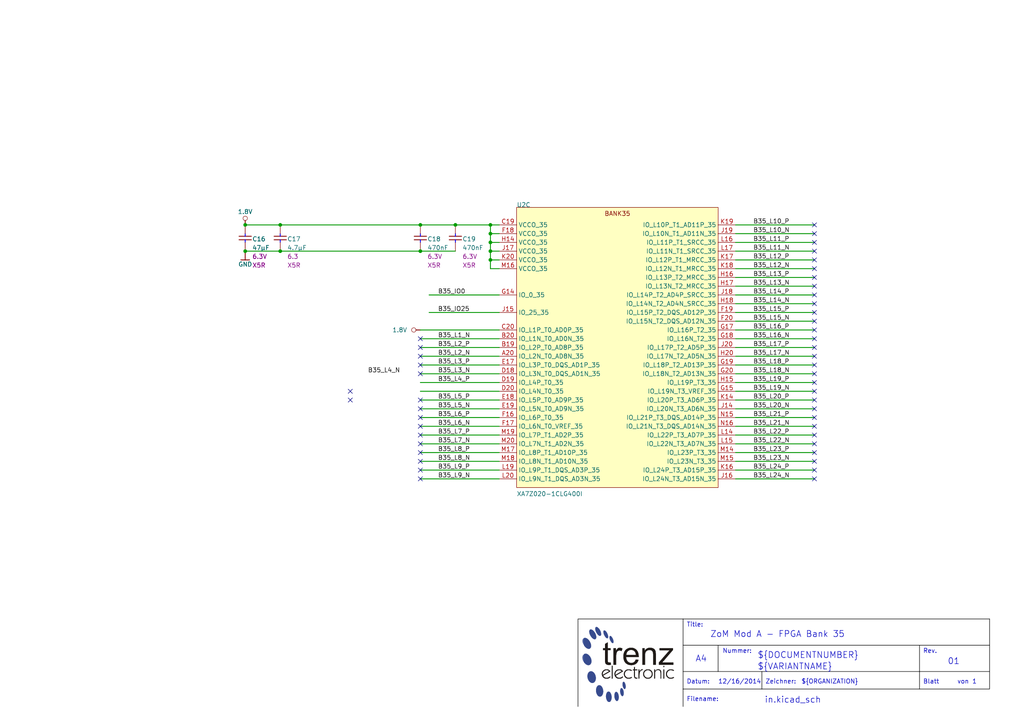
<source format=kicad_sch>
(kicad_sch (version 20230121) (generator eeschema)
  (paper "A4")
  (title_block (title "ZoM Mod A - FPGA Bank 35") (date "12/16/2014") (rev "01"))
  (lib_symbols
    (symbol "TE0719-altium-import:1.8V" (power)
      (property "Reference" "#PWR" (at 0 0 0))
      (property "Value" "1.8V" (at 0 3.81 0))
      (symbol "1.8V_0_0"
        (pin power_in line (at 0 0 0) (length 0) hide (name "1.8V") (number ""))
      )
    )
    (symbol "TE0719-altium-import:B35_0_CAP-NP"
      (symbol "B35_0_CAP-NP_1_0"
        (pin passive line (at 0 0 270) (length 2.54) (name "1") (number "1"))
        (pin passive line (at 0 -7.62 90) (length 2.54) (name "2") (number "2"))
      )
    )
    (symbol "TE0719-altium-import:B35_0_XC7Z020-2CLG400C"
      (symbol "B35_0_XC7Z020-2CLG400C_1_0"
        (text "BANK13" (at 20.32 -2.54 0) (effects (font (size 1.27 1.27)) (justify right bottom)))
        (pin bidirectional line (at -5.08 -60.96 0) (length 5.08) (name "IO_L19P_T3_13") (number "T5"))
        (pin power_in line (at -5.08 -5.08 0) (length 5.08) (name "VCCO_13") (number "T8"))
        (pin bidirectional line (at -5.08 -25.4 0) (length 5.08) (name "IO_L12P_T1_MRCC_13") (number "T9"))
        (pin bidirectional line (at -5.08 -27.94 0) (length 5.08) (name "IO_L12N_T1_MRCC_13") (number "U10"))
        (pin power_in line (at -5.08 -7.62 0) (length 5.08) (name "VCCO_13") (number "U11"))
        (pin bidirectional line (at -5.08 -63.5 0) (length 5.08) (name "IO_L19N_T3_VREF_13") (number "U5"))
        (pin bidirectional line (at -5.08 -20.32 0) (length 5.08) (name "IO_L11P_T1_SRCC_13") (number "U7"))
        (pin bidirectional line (at -5.08 -53.34 0) (length 5.08) (name "IO_L17N_T2_13") (number "U8"))
        (pin bidirectional line (at -5.08 -50.8 0) (length 5.08) (name "IO_L17P_T2_13") (number "U9"))
        (pin bidirectional line (at -5.08 -73.66 0) (length 5.08) (name "IO_L21N_T3_DQS_13") (number "V10"))
        (pin bidirectional line (at -5.08 -71.12 0) (length 5.08) (name "IO_L21P_T3_DQS_13") (number "V11"))
        (pin bidirectional line (at -5.08 -17.78 0) (length 5.08) (name "IO_L6N_T0_VREF_13") (number "V5"))
        (pin bidirectional line (at -5.08 -76.2 0) (length 5.08) (name "IO_L22P_T3_13") (number "V6"))
        (pin bidirectional line (at -5.08 -22.86 0) (length 5.08) (name "IO_L11N_T1_SRCC_13") (number "V7"))
        (pin bidirectional line (at -5.08 -40.64 0) (length 5.08) (name "IO_L15P_T2_DQS_13") (number "V8"))
        (pin bidirectional line (at -5.08 -45.72 0) (length 5.08) (name "IO_L16P_T2_13") (number "W10"))
        (pin bidirectional line (at -5.08 -55.88 0) (length 5.08) (name "IO_L18P_T2_13") (number "W11"))
        (pin bidirectional line (at -5.08 -78.74 0) (length 5.08) (name "IO_L22N_T3_13") (number "W6"))
        (pin power_in line (at -5.08 -10.16 0) (length 5.08) (name "VCCO_13") (number "W7"))
        (pin bidirectional line (at -5.08 -43.18 0) (length 5.08) (name "IO_L15N_T2_DQS_13") (number "W8"))
        (pin bidirectional line (at -5.08 -48.26 0) (length 5.08) (name "IO_L16N_T2_13") (number "W9"))
        (pin power_in line (at -5.08 -12.7 0) (length 5.08) (name "VCCO_13") (number "Y10"))
        (pin bidirectional line (at -5.08 -58.42 0) (length 5.08) (name "IO_L18N_T2_13") (number "Y11"))
        (pin bidirectional line (at -5.08 -66.04 0) (length 5.08) (name "IO_L20P_T3_13") (number "Y12"))
        (pin bidirectional line (at -5.08 -68.58 0) (length 5.08) (name "IO_L20N_T3_13") (number "Y13"))
        (pin bidirectional line (at -5.08 -33.02 0) (length 5.08) (name "IO_L13N_T2_MRCC_13") (number "Y6"))
        (pin bidirectional line (at -5.08 -30.48 0) (length 5.08) (name "IO_L13P_T2_MRCC_13") (number "Y7"))
        (pin bidirectional line (at -5.08 -38.1 0) (length 5.08) (name "IO_L14N_T2_SRCC_13") (number "Y8"))
        (pin bidirectional line (at -5.08 -35.56 0) (length 5.08) (name "IO_L14P_T2_SRCC_13") (number "Y9"))
      )
      (symbol "B35_0_XC7Z020-2CLG400C_2_0"
        (text "BANK34" (at 33.02 -2.54 0) (effects (font (size 1.27 1.27)) (justify right bottom)))
        (pin bidirectional line (at 63.5 -71.12 180) (length 5.08) (name "IO_L23P_T3_34") (number "N17"))
        (pin bidirectional line (at 63.5 -20.32 180) (length 5.08) (name "IO_L13P_T2_MRCC_34") (number "N18"))
        (pin power_in line (at -5.08 -5.08 0) (length 5.08) (name "VCCO_34") (number "N19"))
        (pin bidirectional line (at 63.5 -25.4 180) (length 5.08) (name "IO_L14P_T2_SRCC_34") (number "N20"))
        (pin bidirectional line (at -5.08 -60.96 0) (length 5.08) (name "IO_L6P_T0_34") (number "P14"))
        (pin bidirectional line (at 63.5 -76.2 180) (length 5.08) (name "IO_L24P_T3_34") (number "P15"))
        (pin bidirectional line (at 63.5 -78.74 180) (length 5.08) (name "IO_L24N_T3_34") (number "P16"))
        (pin bidirectional line (at 63.5 -73.66 180) (length 5.08) (name "IO_L23N_T3_34") (number "P18"))
        (pin bidirectional line (at 63.5 -22.86 180) (length 5.08) (name "IO_L13N_T2_MRCC_34") (number "P19"))
        (pin bidirectional line (at 63.5 -27.94 180) (length 5.08) (name "IO_L14N_T2_SRCC_34") (number "P20"))
        (pin bidirectional line (at -5.08 -63.5 0) (length 5.08) (name "IO_L6N_T0_VREF_34") (number "R14"))
        (pin power_in line (at -5.08 -7.62 0) (length 5.08) (name "VCCO_34") (number "R15"))
        (pin bidirectional line (at 63.5 -50.8 180) (length 5.08) (name "IO_L19P_T3_34") (number "R16"))
        (pin bidirectional line (at 63.5 -53.34 180) (length 5.08) (name "IO_L19N_T3_VREF_34") (number "R17"))
        (pin bidirectional line (at 63.5 -58.42 180) (length 5.08) (name "IO_L20N_T3_34") (number "R18"))
        (pin bidirectional line (at -5.08 -25.4 0) (length 5.08) (name "IO_0_34") (number "R19"))
        (pin bidirectional line (at -5.08 -38.1 0) (length 5.08) (name "IO_L1N_T0_34") (number "T10"))
        (pin bidirectional line (at -5.08 -35.56 0) (length 5.08) (name "IO_L1P_T0_34") (number "T11"))
        (pin bidirectional line (at -5.08 -40.64 0) (length 5.08) (name "IO_L2P_T0_34") (number "T12"))
        (pin bidirectional line (at -5.08 -55.88 0) (length 5.08) (name "IO_L5P_T0_34") (number "T14"))
        (pin bidirectional line (at -5.08 -58.42 0) (length 5.08) (name "IO_L5N_T0_34") (number "T15"))
        (pin bidirectional line (at -5.08 -76.2 0) (length 5.08) (name "IO_L9P_T1_DQS_34") (number "T16"))
        (pin bidirectional line (at 63.5 -55.88 180) (length 5.08) (name "IO_L20P_T3_34") (number "T17"))
        (pin power_in line (at -5.08 -10.16 0) (length 5.08) (name "VCCO_34") (number "T18"))
        (pin bidirectional line (at -5.08 -30.48 0) (length 5.08) (name "IO_25_34") (number "T19"))
        (pin bidirectional line (at 63.5 -30.48 180) (length 5.08) (name "IO_L15P_T2_DQS_34") (number "T20"))
        (pin bidirectional line (at -5.08 -43.18 0) (length 5.08) (name "IO_L2N_T0_34") (number "U12"))
        (pin bidirectional line (at -5.08 -45.72 0) (length 5.08) (name "IO_L3P_T0_DQS_PUDC_B_34") (number "U13"))
        (pin bidirectional line (at 63.5 -10.16 180) (length 5.08) (name "IO_L11P_T1_SRCC_34") (number "U14"))
        (pin bidirectional line (at 63.5 -12.7 180) (length 5.08) (name "IO_L11N_T1_SRCC_34") (number "U15"))
        (pin bidirectional line (at -5.08 -78.74 0) (length 5.08) (name "IO_L9N_T1_DQS_34") (number "U17"))
        (pin bidirectional line (at 63.5 -15.24 180) (length 5.08) (name "IO_L12P_T1_MRCC_34") (number "U18"))
        (pin bidirectional line (at 63.5 -17.78 180) (length 5.08) (name "IO_L12N_T1_MRCC_34") (number "U19"))
        (pin bidirectional line (at 63.5 -33.02 180) (length 5.08) (name "IO_L15N_T2_DQS_34") (number "U20"))
        (pin bidirectional line (at -5.08 -50.8 0) (length 5.08) (name "IO_L4P_T0_34") (number "V12"))
        (pin bidirectional line (at -5.08 -48.26 0) (length 5.08) (name "IO_L3N_T0_DQS_34") (number "V13"))
        (pin power_in line (at -5.08 -12.7 0) (length 5.08) (name "VCCO_34") (number "V14"))
        (pin bidirectional line (at 63.5 -5.08 180) (length 5.08) (name "IO_L10P_T1_34") (number "V15"))
        (pin bidirectional line (at 63.5 -45.72 180) (length 5.08) (name "IO_L18P_T2_34") (number "V16"))
        (pin bidirectional line (at 63.5 -60.96 180) (length 5.08) (name "IO_L21P_T3_DQS_34") (number "V17"))
        (pin bidirectional line (at 63.5 -63.5 180) (length 5.08) (name "IO_L21N_T3_DQS_34") (number "V18"))
        (pin bidirectional line (at 63.5 -35.56 180) (length 5.08) (name "IO_L16P_T2_34") (number "V20"))
        (pin bidirectional line (at -5.08 -53.34 0) (length 5.08) (name "IO_L4N_T0_34") (number "W13"))
        (pin bidirectional line (at -5.08 -71.12 0) (length 5.08) (name "IO_L8P_T1_34") (number "W14"))
        (pin bidirectional line (at 63.5 -7.62 180) (length 5.08) (name "IO_L10N_T1_34") (number "W15"))
        (pin bidirectional line (at 63.5 -48.26 180) (length 5.08) (name "IO_L18N_T2_34") (number "W16"))
        (pin power_in line (at -5.08 -15.24 0) (length 5.08) (name "VCCO_34") (number "W17"))
        (pin bidirectional line (at 63.5 -66.04 180) (length 5.08) (name "IO_L22P_T3_34") (number "W18"))
        (pin bidirectional line (at 63.5 -68.58 180) (length 5.08) (name "IO_L22N_T3_34") (number "W19"))
        (pin bidirectional line (at 63.5 -38.1 180) (length 5.08) (name "IO_L16N_T2_34") (number "W20"))
        (pin bidirectional line (at -5.08 -73.66 0) (length 5.08) (name "IO_L8N_T1_34") (number "Y14"))
        (pin bidirectional line (at -5.08 -66.04 0) (length 5.08) (name "IO_L7P_T1_34") (number "Y16"))
        (pin bidirectional line (at -5.08 -68.58 0) (length 5.08) (name "IO_L7N_T1_34") (number "Y17"))
        (pin bidirectional line (at 63.5 -40.64 180) (length 5.08) (name "IO_L17P_T2_34") (number "Y18"))
        (pin bidirectional line (at 63.5 -43.18 180) (length 5.08) (name "IO_L17N_T2_34") (number "Y19"))
        (pin power_in line (at -5.08 -17.78 0) (length 5.08) (name "VCCO_34") (number "Y20"))
      )
      (symbol "B35_0_XC7Z020-2CLG400C_3_0"
        (text "BANK35" (at 33.02 -2.54 0) (effects (font (size 1.27 1.27)) (justify right bottom)))
        (pin bidirectional line (at -5.08 -43.18 0) (length 5.08) (name "IO_L2N_T0_AD8N_35") (number "A20"))
        (pin bidirectional line (at -5.08 -40.64 0) (length 5.08) (name "IO_L2P_T0_AD8P_35") (number "B19"))
        (pin bidirectional line (at -5.08 -38.1 0) (length 5.08) (name "IO_L1N_T0_AD0N_35") (number "B20"))
        (pin power_in line (at -5.08 -5.08 0) (length 5.08) (name "VCCO_35") (number "C19"))
        (pin bidirectional line (at -5.08 -35.56 0) (length 5.08) (name "IO_L1P_T0_AD0P_35") (number "C20"))
        (pin bidirectional line (at -5.08 -48.26 0) (length 5.08) (name "IO_L3N_T0_DQS_AD1N_35") (number "D18"))
        (pin bidirectional line (at -5.08 -50.8 0) (length 5.08) (name "IO_L4P_T0_35") (number "D19"))
        (pin bidirectional line (at -5.08 -53.34 0) (length 5.08) (name "IO_L4N_T0_35") (number "D20"))
        (pin bidirectional line (at -5.08 -45.72 0) (length 5.08) (name "IO_L3P_T0_DQS_AD1P_35") (number "E17"))
        (pin bidirectional line (at -5.08 -55.88 0) (length 5.08) (name "IO_L5P_T0_AD9P_35") (number "E18"))
        (pin bidirectional line (at -5.08 -58.42 0) (length 5.08) (name "IO_L5N_T0_AD9N_35") (number "E19"))
        (pin bidirectional line (at -5.08 -60.96 0) (length 5.08) (name "IO_L6P_T0_35") (number "F16"))
        (pin bidirectional line (at -5.08 -63.5 0) (length 5.08) (name "IO_L6N_T0_VREF_35") (number "F17"))
        (pin power_in line (at -5.08 -7.62 0) (length 5.08) (name "VCCO_35") (number "F18"))
        (pin bidirectional line (at 63.5 -30.48 180) (length 5.08) (name "IO_L15P_T2_DQS_AD12P_35") (number "F19"))
        (pin bidirectional line (at 63.5 -33.02 180) (length 5.08) (name "IO_L15N_T2_DQS_AD12N_35") (number "F20"))
        (pin bidirectional line (at -5.08 -25.4 0) (length 5.08) (name "IO_0_35") (number "G14"))
        (pin bidirectional line (at 63.5 -53.34 180) (length 5.08) (name "IO_L19N_T3_VREF_35") (number "G15"))
        (pin bidirectional line (at 63.5 -35.56 180) (length 5.08) (name "IO_L16P_T2_35") (number "G17"))
        (pin bidirectional line (at 63.5 -38.1 180) (length 5.08) (name "IO_L16N_T2_35") (number "G18"))
        (pin bidirectional line (at 63.5 -45.72 180) (length 5.08) (name "IO_L18P_T2_AD13P_35") (number "G19"))
        (pin bidirectional line (at 63.5 -48.26 180) (length 5.08) (name "IO_L18N_T2_AD13N_35") (number "G20"))
        (pin power_in line (at -5.08 -10.16 0) (length 5.08) (name "VCCO_35") (number "H14"))
        (pin bidirectional line (at 63.5 -50.8 180) (length 5.08) (name "IO_L19P_T3_35") (number "H15"))
        (pin bidirectional line (at 63.5 -20.32 180) (length 5.08) (name "IO_L13P_T2_MRCC_35") (number "H16"))
        (pin bidirectional line (at 63.5 -22.86 180) (length 5.08) (name "IO_L13N_T2_MRCC_35") (number "H17"))
        (pin bidirectional line (at 63.5 -27.94 180) (length 5.08) (name "IO_L14N_T2_AD4N_SRCC_35") (number "H18"))
        (pin bidirectional line (at 63.5 -43.18 180) (length 5.08) (name "IO_L17N_T2_AD5N_35") (number "H20"))
        (pin bidirectional line (at 63.5 -58.42 180) (length 5.08) (name "IO_L20N_T3_AD6N_35") (number "J14"))
        (pin bidirectional line (at -5.08 -30.48 0) (length 5.08) (name "IO_25_35") (number "J15"))
        (pin bidirectional line (at 63.5 -78.74 180) (length 5.08) (name "IO_L24N_T3_AD15N_35") (number "J16"))
        (pin power_in line (at -5.08 -12.7 0) (length 5.08) (name "VCCO_35") (number "J17"))
        (pin bidirectional line (at 63.5 -25.4 180) (length 5.08) (name "IO_L14P_T2_AD4P_SRCC_35") (number "J18"))
        (pin bidirectional line (at 63.5 -7.62 180) (length 5.08) (name "IO_L10N_T1_AD11N_35") (number "J19"))
        (pin bidirectional line (at 63.5 -40.64 180) (length 5.08) (name "IO_L17P_T2_AD5P_35") (number "J20"))
        (pin bidirectional line (at 63.5 -55.88 180) (length 5.08) (name "IO_L20P_T3_AD6P_35") (number "K14"))
        (pin bidirectional line (at 63.5 -76.2 180) (length 5.08) (name "IO_L24P_T3_AD15P_35") (number "K16"))
        (pin bidirectional line (at 63.5 -15.24 180) (length 5.08) (name "IO_L12P_T1_MRCC_35") (number "K17"))
        (pin bidirectional line (at 63.5 -17.78 180) (length 5.08) (name "IO_L12N_T1_MRCC_35") (number "K18"))
        (pin bidirectional line (at 63.5 -5.08 180) (length 5.08) (name "IO_L10P_T1_AD11P_35") (number "K19"))
        (pin power_in line (at -5.08 -15.24 0) (length 5.08) (name "VCCO_35") (number "K20"))
        (pin bidirectional line (at 63.5 -66.04 180) (length 5.08) (name "IO_L22P_T3_AD7P_35") (number "L14"))
        (pin bidirectional line (at 63.5 -68.58 180) (length 5.08) (name "IO_L22N_T3_AD7N_35") (number "L15"))
        (pin bidirectional line (at 63.5 -10.16 180) (length 5.08) (name "IO_L11P_T1_SRCC_35") (number "L16"))
        (pin bidirectional line (at 63.5 -12.7 180) (length 5.08) (name "IO_L11N_T1_SRCC_35") (number "L17"))
        (pin bidirectional line (at -5.08 -76.2 0) (length 5.08) (name "IO_L9P_T1_DQS_AD3P_35") (number "L19"))
        (pin bidirectional line (at -5.08 -78.74 0) (length 5.08) (name "IO_L9N_T1_DQS_AD3N_35") (number "L20"))
        (pin bidirectional line (at 63.5 -71.12 180) (length 5.08) (name "IO_L23P_T3_35") (number "M14"))
        (pin bidirectional line (at 63.5 -73.66 180) (length 5.08) (name "IO_L23N_T3_35") (number "M15"))
        (pin power_in line (at -5.08 -17.78 0) (length 5.08) (name "VCCO_35") (number "M16"))
        (pin bidirectional line (at -5.08 -71.12 0) (length 5.08) (name "IO_L8P_T1_AD10P_35") (number "M17"))
        (pin bidirectional line (at -5.08 -73.66 0) (length 5.08) (name "IO_L8N_T1_AD10N_35") (number "M18"))
        (pin bidirectional line (at -5.08 -66.04 0) (length 5.08) (name "IO_L7P_T1_AD2P_35") (number "M19"))
        (pin bidirectional line (at -5.08 -68.58 0) (length 5.08) (name "IO_L7N_T1_AD2N_35") (number "M20"))
        (pin bidirectional line (at 63.5 -60.96 180) (length 5.08) (name "IO_L21P_T3_DQS_AD14P_35") (number "N15"))
        (pin bidirectional line (at 63.5 -63.5 180) (length 5.08) (name "IO_L21N_T3_DQS_AD14N_35") (number "N16"))
      )
      (symbol "B35_0_XC7Z020-2CLG400C_4_0"
        (text "BANK500" (at 27.94 -2.54 0) (effects (font (size 1.27 1.27)) (justify right bottom)))
        (pin bidirectional line (at 50.8 -10.16 180) (length 5.08) (name "PS_MIO6_500") (number "A5"))
        (pin bidirectional line (at 50.8 -7.62 180) (length 5.08) (name "PS_MIO5_500") (number "A6"))
        (pin bidirectional line (at -5.08 -27.94 0) (length 5.08) (name "PS_MIO1_500") (number "A7"))
        (pin bidirectional line (at 50.8 -17.78 180) (length 5.08) (name "PS_MIO9_500") (number "B5"))
        (pin power_in line (at -5.08 -5.08 0) (length 5.08) (name "VCCO_MIO0_500") (number "B6"))
        (pin bidirectional line (at 50.8 -5.08 180) (length 5.08) (name "PS_MIO4_500") (number "B7"))
        (pin bidirectional line (at -5.08 -30.48 0) (length 5.08) (name "PS_MIO2_500") (number "B8"))
        (pin bidirectional line (at 50.8 -30.48 180) (length 5.08) (name "PS_MIO14_500") (number "C5"))
        (pin bidirectional line (at 50.8 -22.86 180) (length 5.08) (name "PS_MIO11_500") (number "C6"))
        (pin input line (at -5.08 -17.78 0) (length 5.08) (name "PS_POR_B_500") (number "C7"))
        (pin bidirectional line (at 50.8 -33.02 180) (length 5.08) (name "PS_MIO15_500") (number "C8"))
        (pin bidirectional line (at 50.8 -15.24 180) (length 5.08) (name "PS_MIO8_500") (number "D5"))
        (pin bidirectional line (at -5.08 -33.02 0) (length 5.08) (name "PS_MIO3_500") (number "D6"))
        (pin power_in line (at -5.08 -7.62 0) (length 5.08) (name "VCCO_MIO0_500") (number "D7"))
        (pin bidirectional line (at 50.8 -12.7 180) (length 5.08) (name "PS_MIO7_500") (number "D8"))
        (pin bidirectional line (at 50.8 -25.4 180) (length 5.08) (name "PS_MIO12_500") (number "D9"))
        (pin bidirectional line (at -5.08 -25.4 0) (length 5.08) (name "PS_MIO0_500") (number "E6"))
        (pin input line (at -5.08 -12.7 0) (length 5.08) (name "PS_CLK_500") (number "E7"))
        (pin bidirectional line (at 50.8 -27.94 180) (length 5.08) (name "PS_MIO13_500") (number "E8"))
        (pin bidirectional line (at 50.8 -20.32 180) (length 5.08) (name "PS_MIO10_500") (number "E9"))
      )
      (symbol "B35_0_XC7Z020-2CLG400C_5_0"
        (text "BANK501" (at 30.48 -2.54 0) (effects (font (size 1.27 1.27)) (justify right bottom)))
        (pin bidirectional line (at 55.88 -22.86 180) (length 5.08) (name "PS_MIO37_501") (number "A10"))
        (pin bidirectional line (at 55.88 -20.32 180) (length 5.08) (name "PS_MIO36_501") (number "A11"))
        (pin bidirectional line (at 55.88 -15.24 180) (length 5.08) (name "PS_MIO34_501") (number "A12"))
        (pin power_in line (at -5.08 -5.08 0) (length 5.08) (name "VCCO_MIO1_501") (number "A13"))
        (pin bidirectional line (at 55.88 -10.16 180) (length 5.08) (name "PS_MIO32_501") (number "A14"))
        (pin bidirectional line (at -5.08 -55.88 0) (length 5.08) (name "PS_MIO26_501") (number "A15"))
        (pin bidirectional line (at -5.08 -50.8 0) (length 5.08) (name "PS_MIO24_501") (number "A16"))
        (pin bidirectional line (at -5.08 -40.64 0) (length 5.08) (name "PS_MIO20_501") (number "A17"))
        (pin bidirectional line (at -5.08 -30.48 0) (length 5.08) (name "PS_MIO16_501") (number "A19"))
        (pin bidirectional line (at 55.88 -38.1 180) (length 5.08) (name "PS_MIO43_501") (number "A9"))
        (pin passive line (at -5.08 -22.86 0) (length 5.08) (name "PS_SRST_B_501") (number "B10"))
        (pin bidirectional line (at 55.88 -50.8 180) (length 5.08) (name "PS_MIO48_501") (number "B12"))
        (pin bidirectional line (at 55.88 -55.88 180) (length 5.08) (name "PS_MIO50_501") (number "B13"))
        (pin bidirectional line (at 55.88 -48.26 180) (length 5.08) (name "PS_MIO47_501") (number "B14"))
        (pin bidirectional line (at 55.88 -43.18 180) (length 5.08) (name "PS_MIO45_501") (number "B15"))
        (pin power_in line (at -5.08 -7.62 0) (length 5.08) (name "VCCO_MIO1_501") (number "B16"))
        (pin bidirectional line (at -5.08 -45.72 0) (length 5.08) (name "PS_MIO22_501") (number "B17"))
        (pin bidirectional line (at -5.08 -35.56 0) (length 5.08) (name "PS_MIO18_501") (number "B18"))
        (pin bidirectional line (at 55.88 -58.42 180) (length 5.08) (name "PS_MIO51_501") (number "B9"))
        (pin bidirectional line (at 55.88 -60.96 180) (length 5.08) (name "PS_MIO52_501") (number "C10"))
        (pin bidirectional line (at 55.88 -63.5 180) (length 5.08) (name "PS_MIO53_501") (number "C11"))
        (pin bidirectional line (at 55.88 -53.34 180) (length 5.08) (name "PS_MIO49_501") (number "C12"))
        (pin bidirectional line (at -5.08 -63.5 0) (length 5.08) (name "PS_MIO29_501") (number "C13"))
        (pin bidirectional line (at 55.88 -5.08 180) (length 5.08) (name "PS_MIO30_501") (number "C15"))
        (pin bidirectional line (at -5.08 -60.96 0) (length 5.08) (name "PS_MIO28_501") (number "C16"))
        (pin bidirectional line (at 55.88 -33.02 180) (length 5.08) (name "PS_MIO41_501") (number "C17"))
        (pin bidirectional line (at 55.88 -27.94 180) (length 5.08) (name "PS_MIO39_501") (number "C18"))
        (pin bidirectional line (at -5.08 -38.1 0) (length 5.08) (name "PS_MIO19_501") (number "D10"))
        (pin bidirectional line (at -5.08 -48.26 0) (length 5.08) (name "PS_MIO23_501") (number "D11"))
        (pin power_in line (at -5.08 -10.16 0) (length 5.08) (name "VCCO_MIO1_501") (number "D12"))
        (pin bidirectional line (at -5.08 -58.42 0) (length 5.08) (name "PS_MIO27_501") (number "D13"))
        (pin bidirectional line (at 55.88 -30.48 180) (length 5.08) (name "PS_MIO40_501") (number "D14"))
        (pin bidirectional line (at 55.88 -12.7 180) (length 5.08) (name "PS_MIO33_501") (number "D15"))
        (pin bidirectional line (at 55.88 -45.72 180) (length 5.08) (name "PS_MIO46_501") (number "D16"))
        (pin bidirectional line (at -5.08 -17.78 0) (length 5.08) (name "PS_MIO_VREF_501") (number "E11"))
        (pin bidirectional line (at 55.88 -35.56 180) (length 5.08) (name "PS_MIO42_501") (number "E12"))
        (pin bidirectional line (at 55.88 -25.4 180) (length 5.08) (name "PS_MIO38_501") (number "E13"))
        (pin bidirectional line (at -5.08 -33.02 0) (length 5.08) (name "PS_MIO17_501") (number "E14"))
        (pin power_in line (at -5.08 -12.7 0) (length 5.08) (name "VCCO_MIO1_501") (number "E15"))
        (pin bidirectional line (at 55.88 -7.62 180) (length 5.08) (name "PS_MIO31_501") (number "E16"))
        (pin bidirectional line (at 55.88 -17.78 180) (length 5.08) (name "PS_MIO35_501") (number "F12"))
        (pin bidirectional line (at 55.88 -40.64 180) (length 5.08) (name "PS_MIO44_501") (number "F13"))
        (pin bidirectional line (at -5.08 -43.18 0) (length 5.08) (name "PS_MIO21_501") (number "F14"))
        (pin bidirectional line (at -5.08 -53.34 0) (length 5.08) (name "PS_MIO25_501") (number "F15"))
      )
      (symbol "B35_0_XC7Z020-2CLG400C_6_0"
        (text "BANK502" (at 33.02 -2.54 0) (effects (font (size 1.27 1.27)) (justify right bottom)))
        (pin output line (at 55.88 -55.88 180) (length 5.08) (name "PS_DDR_DM0_502") (number "A1"))
        (pin bidirectional line (at -5.08 -43.18 0) (length 5.08) (name "PS_DDR_DQ2_502") (number "A2"))
        (pin power_in line (at -5.08 -2.54 0) (length 5.08) (name "VCCO_DDR_502") (number "A3"))
        (pin bidirectional line (at -5.08 -45.72 0) (length 5.08) (name "PS_DDR_DQ3_502") (number "A4"))
        (pin bidirectional line (at -5.08 -124.46 0) (length 5.08) (name "PS_DDR_DQS_N0_502") (number "B2"))
        (pin bidirectional line (at -5.08 -40.64 0) (length 5.08) (name "PS_DDR_DQ1_502") (number "B3"))
        (pin output line (at 55.88 -116.84 180) (length 5.08) (name "PS_DDR_DRST_B_502") (number "B4"))
        (pin bidirectional line (at -5.08 -53.34 0) (length 5.08) (name "PS_DDR_DQ6_502") (number "C1"))
        (pin bidirectional line (at -5.08 -121.92 0) (length 5.08) (name "PS_DDR_DQS_P0_502") (number "C2"))
        (pin bidirectional line (at -5.08 -38.1 0) (length 5.08) (name "PS_DDR_DQ0_502") (number "C3"))
        (pin bidirectional line (at -5.08 -50.8 0) (length 5.08) (name "PS_DDR_DQ5_502") (number "D1"))
        (pin power_in line (at -5.08 -5.08 0) (length 5.08) (name "VCCO_DDR_502") (number "D2"))
        (pin bidirectional line (at -5.08 -48.26 0) (length 5.08) (name "PS_DDR_DQ4_502") (number "D3"))
        (pin output line (at 55.88 -38.1 180) (length 5.08) (name "PS_DDR_A13_502") (number "D4"))
        (pin bidirectional line (at -5.08 -55.88 0) (length 5.08) (name "PS_DDR_DQ7_502") (number "E1"))
        (pin bidirectional line (at -5.08 -58.42 0) (length 5.08) (name "PS_DDR_DQ8_502") (number "E2"))
        (pin bidirectional line (at -5.08 -60.96 0) (length 5.08) (name "PS_DDR_DQ9_502") (number "E3"))
        (pin output line (at 55.88 -35.56 180) (length 5.08) (name "PS_DDR_A12_502") (number "E4"))
        (pin power_in line (at -5.08 -7.62 0) (length 5.08) (name "VCCO_DDR_502") (number "E5"))
        (pin output line (at 55.88 -58.42 180) (length 5.08) (name "PS_DDR_DM1_502") (number "F1"))
        (pin bidirectional line (at -5.08 -132.08 0) (length 5.08) (name "PS_DDR_DQS_N1_502") (number "F2"))
        (pin output line (at 55.88 -40.64 180) (length 5.08) (name "PS_DDR_A14_502") (number "F4"))
        (pin output line (at 55.88 -30.48 180) (length 5.08) (name "PS_DDR_A10_502") (number "F5"))
        (pin power_in line (at -5.08 -10.16 0) (length 5.08) (name "VCCO_DDR_502") (number "G1"))
        (pin bidirectional line (at -5.08 -129.54 0) (length 5.08) (name "PS_DDR_DQS_P1_502") (number "G2"))
        (pin bidirectional line (at -5.08 -63.5 0) (length 5.08) (name "PS_DDR_DQ10_502") (number "G3"))
        (pin output line (at 55.88 -33.02 180) (length 5.08) (name "PS_DDR_A11_502") (number "G4"))
        (pin output line (at 55.88 -78.74 180) (length 5.08) (name "PS_DDR_VRN_502") (number "G5"))
        (pin bidirectional line (at -5.08 -73.66 0) (length 5.08) (name "PS_DDR_DQ14_502") (number "H1"))
        (pin bidirectional line (at -5.08 -71.12 0) (length 5.08) (name "PS_DDR_DQ13_502") (number "H2"))
        (pin bidirectional line (at -5.08 -66.04 0) (length 5.08) (name "PS_DDR_DQ11_502") (number "H3"))
        (pin power_in line (at -5.08 -12.7 0) (length 5.08) (name "VCCO_DDR_502") (number "H4"))
        (pin output line (at 55.88 -76.2 180) (length 5.08) (name "PS_DDR_VRP_502") (number "H5"))
        (pin power_in line (at -5.08 -30.48 0) (length 5.08) (name "PS_DDR_VREF0_502") (number "H6"))
        (pin bidirectional line (at -5.08 -76.2 0) (length 5.08) (name "PS_DDR_DQ15_502") (number "J1"))
        (pin bidirectional line (at -5.08 -68.58 0) (length 5.08) (name "PS_DDR_DQ12_502") (number "J3"))
        (pin output line (at 55.88 -27.94 180) (length 5.08) (name "PS_DDR_A9_502") (number "J4"))
        (pin output line (at 55.88 -50.8 180) (length 5.08) (name "PS_DDR_BA2_502") (number "J5"))
        (pin output line (at 55.88 -25.4 180) (length 5.08) (name "PS_DDR_A8_502") (number "K1"))
        (pin output line (at 55.88 -7.62 180) (length 5.08) (name "PS_DDR_A1_502") (number "K2"))
        (pin output line (at 55.88 -12.7 180) (length 5.08) (name "PS_DDR_A3_502") (number "K3"))
        (pin output line (at 55.88 -22.86 180) (length 5.08) (name "PS_DDR_A7_502") (number "K4"))
        (pin output line (at 55.88 -17.78 180) (length 5.08) (name "PS_DDR_A5_502") (number "L1"))
        (pin output line (at 55.88 -68.58 180) (length 5.08) (name "PS_DDR_CKP_502") (number "L2"))
        (pin power_in line (at -5.08 -15.24 0) (length 5.08) (name "VCCO_DDR_502") (number "L3"))
        (pin output line (at 55.88 -20.32 180) (length 5.08) (name "PS_DDR_A6_502") (number "L4"))
        (pin output line (at 55.88 -45.72 180) (length 5.08) (name "PS_DDR_BA0_502") (number "L5"))
        (pin output line (at 55.88 -71.12 180) (length 5.08) (name "PS_DDR_CKN_502") (number "M2"))
        (pin output line (at 55.88 -10.16 180) (length 5.08) (name "PS_DDR_A2_502") (number "M3"))
        (pin output line (at 55.88 -15.24 180) (length 5.08) (name "PS_DDR_A4_502") (number "M4"))
        (pin output line (at 55.88 -101.6 180) (length 5.08) (name "PS_DDR_WE_B_502") (number "M5"))
        (pin output line (at 55.88 -91.44 180) (length 5.08) (name "PS_DDR_CS_B_502") (number "N1"))
        (pin output line (at 55.88 -5.08 180) (length 5.08) (name "PS_DDR_A0_502") (number "N2"))
        (pin output line (at 55.88 -96.52 180) (length 5.08) (name "PS_DDR_CKE_502") (number "N3"))
        (pin output line (at 55.88 -86.36 180) (length 5.08) (name "PS_DDR_ODT_502") (number "N5"))
        (pin bidirectional line (at -5.08 -78.74 0) (length 5.08) (name "PS_DDR_DQ16_502") (number "P1"))
        (pin power_in line (at -5.08 -17.78 0) (length 5.08) (name "VCCO_DDR_502") (number "P2"))
        (pin bidirectional line (at -5.08 -81.28 0) (length 5.08) (name "PS_DDR_DQ17_502") (number "P3"))
        (pin output line (at 55.88 -111.76 180) (length 5.08) (name "PS_DDR_RAS_B_502") (number "P4"))
        (pin output line (at 55.88 -106.68 180) (length 5.08) (name "PS_DDR_CAS_B_502") (number "P5"))
        (pin power_in line (at -5.08 -33.02 0) (length 5.08) (name "PS_DDR_VREF1_502") (number "P6"))
        (pin bidirectional line (at -5.08 -86.36 0) (length 5.08) (name "PS_DDR_DQ19_502") (number "R1"))
        (pin bidirectional line (at -5.08 -137.16 0) (length 5.08) (name "PS_DDR_DQS_P2_502") (number "R2"))
        (pin bidirectional line (at -5.08 -83.82 0) (length 5.08) (name "PS_DDR_DQ18_502") (number "R3"))
        (pin output line (at 55.88 -48.26 180) (length 5.08) (name "PS_DDR_BA1_502") (number "R4"))
        (pin power_in line (at -5.08 -20.32 0) (length 5.08) (name "VCCO_DDR_502") (number "R5"))
        (pin output line (at 55.88 -60.96 180) (length 5.08) (name "PS_DDR_DM2_502") (number "T1"))
        (pin bidirectional line (at -5.08 -139.7 0) (length 5.08) (name "PS_DDR_DQS_N2_502") (number "T2"))
        (pin bidirectional line (at -5.08 -88.9 0) (length 5.08) (name "PS_DDR_DQ20_502") (number "T4"))
        (pin power_in line (at -5.08 -22.86 0) (length 5.08) (name "VCCO_DDR_502") (number "U1"))
        (pin bidirectional line (at -5.08 -93.98 0) (length 5.08) (name "PS_DDR_DQ22_502") (number "U2"))
        (pin bidirectional line (at -5.08 -96.52 0) (length 5.08) (name "PS_DDR_DQ23_502") (number "U3"))
        (pin bidirectional line (at -5.08 -91.44 0) (length 5.08) (name "PS_DDR_DQ21_502") (number "U4"))
        (pin bidirectional line (at -5.08 -99.06 0) (length 5.08) (name "PS_DDR_DQ24_502") (number "V1"))
        (pin bidirectional line (at -5.08 -114.3 0) (length 5.08) (name "PS_DDR_DQ30_502") (number "V2"))
        (pin bidirectional line (at -5.08 -116.84 0) (length 5.08) (name "PS_DDR_DQ31_502") (number "V3"))
        (pin power_in line (at -5.08 -25.4 0) (length 5.08) (name "VCCO_DDR_502") (number "V4"))
        (pin bidirectional line (at -5.08 -104.14 0) (length 5.08) (name "PS_DDR_DQ26_502") (number "W1"))
        (pin bidirectional line (at -5.08 -111.76 0) (length 5.08) (name "PS_DDR_DQ29_502") (number "W3"))
        (pin bidirectional line (at -5.08 -147.32 0) (length 5.08) (name "PS_DDR_DQS_N3_502") (number "W4"))
        (pin bidirectional line (at -5.08 -144.78 0) (length 5.08) (name "PS_DDR_DQS_P3_502") (number "W5"))
        (pin output line (at 55.88 -63.5 180) (length 5.08) (name "PS_DDR_DM3_502") (number "Y1"))
        (pin bidirectional line (at -5.08 -109.22 0) (length 5.08) (name "PS_DDR_DQ28_502") (number "Y2"))
        (pin bidirectional line (at -5.08 -101.6 0) (length 5.08) (name "PS_DDR_DQ25_502") (number "Y3"))
        (pin bidirectional line (at -5.08 -106.68 0) (length 5.08) (name "PS_DDR_DQ27_502") (number "Y4"))
      )
      (symbol "B35_0_XC7Z020-2CLG400C_7_0"
        (pin power_in line (at -5.08 -22.86 0) (length 5.08) (name "RSVDGND") (number "F10"))
        (pin power_in line (at -5.08 -7.62 0) (length 5.08) (name "VCCBATT_0") (number "F11"))
        (pin output line (at -5.08 -48.26 0) (length 5.08) (name "TDO_0") (number "F6"))
        (pin input line (at -5.08 -50.8 0) (length 5.08) (name "TCK_0") (number "F9"))
        (pin input line (at -5.08 -45.72 0) (length 5.08) (name "TDI_0") (number "G6"))
        (pin power_in line (at 40.64 -30.48 180) (length 5.08) (name "GNDADC_0") (number "J10"))
        (pin input line (at -5.08 -53.34 0) (length 5.08) (name "TMS_0") (number "J6"))
        (pin power_in line (at 40.64 -2.54 180) (length 5.08) (name "VCCADC_0") (number "J9"))
        (pin bidirectional line (at 40.64 -10.16 180) (length 5.08) (name "VREFN_0") (number "K10"))
        (pin power_in line (at -5.08 -2.54 0) (length 5.08) (name "VCCO_0") (number "K6"))
        (pin input line (at 40.64 -15.24 180) (length 5.08) (name "VP_0") (number "K9"))
        (pin input line (at 40.64 -17.78 180) (length 5.08) (name "VN_0") (number "L10"))
        (pin bidirectional line (at -5.08 -35.56 0) (length 5.08) (name "PROGRAM_B_0") (number "L6"))
        (pin bidirectional line (at 40.64 -7.62 180) (length 5.08) (name "VREFP_0") (number "L9"))
        (pin input line (at 40.64 -25.4 180) (length 5.08) (name "DXN_0") (number "M10"))
        (pin input line (at -5.08 -40.64 0) (length 5.08) (name "CFGBVS_0") (number "M6"))
        (pin input line (at 40.64 -22.86 180) (length 5.08) (name "DXP_0") (number "M9"))
        (pin power_in line (at -5.08 -17.78 0) (length 5.08) (name "RSVDVCC3") (number "N6"))
        (pin input line (at -5.08 -58.42 0) (length 5.08) (name "INIT_B_0") (number "R10"))
        (pin bidirectional line (at -5.08 -30.48 0) (length 5.08) (name "DONE_0") (number "R11"))
        (pin power_in line (at -5.08 -15.24 0) (length 5.08) (name "RSVDVCC2") (number "R6"))
        (pin power_in line (at -5.08 -12.7 0) (length 5.08) (name "RSVDVCC1") (number "T6"))
      )
      (symbol "B35_0_XC7Z020-2CLG400C_8_0"
        (pin power_in line (at -5.08 -43.18 0) (length 5.08) (name "GND") (number "A18"))
        (pin power_in line (at -5.08 -40.64 0) (length 5.08) (name "GND") (number "A8"))
        (pin power_in line (at -5.08 -45.72 0) (length 5.08) (name "GND") (number "B1"))
        (pin power_in line (at -5.08 -48.26 0) (length 5.08) (name "GND") (number "B11"))
        (pin power_in line (at -5.08 -53.34 0) (length 5.08) (name "GND") (number "C14"))
        (pin power_in line (at -5.08 -50.8 0) (length 5.08) (name "GND") (number "C4"))
        (pin power_in line (at -5.08 -104.14 0) (length 5.08) (name "GND") (number "C9"))
        (pin power_in line (at -5.08 -58.42 0) (length 5.08) (name "GND") (number "D17"))
        (pin power_in line (at -5.08 -60.96 0) (length 5.08) (name "GND") (number "E10"))
        (pin power_in line (at -5.08 -63.5 0) (length 5.08) (name "GND") (number "E20"))
        (pin power_in line (at -5.08 -66.04 0) (length 5.08) (name "GND") (number "F3"))
        (pin power_in line (at -5.08 -68.58 0) (length 5.08) (name "GND") (number "F7"))
        (pin power_in line (at -5.08 -27.94 0) (length 5.08) (name "VCCPAUX") (number "F8"))
        (pin power_in line (at -5.08 -71.12 0) (length 5.08) (name "GND") (number "G10"))
        (pin power_in line (at 38.1 -27.94 180) (length 5.08) (name "VCCBRAM") (number "G11"))
        (pin power_in line (at -5.08 -73.66 0) (length 5.08) (name "GND") (number "G12"))
        (pin power_in line (at 38.1 -2.54 180) (length 5.08) (name "VCCINT") (number "G13"))
        (pin power_in line (at -5.08 -76.2 0) (length 5.08) (name "GND") (number "G16"))
        (pin power_in line (at 38.1 -35.56 180) (length 5.08) (name "VCCPINT") (number "G7"))
        (pin power_in line (at -5.08 -20.32 0) (length 5.08) (name "VCCPLL") (number "G8"))
        (pin power_in line (at -5.08 -25.4 0) (length 5.08) (name "VCCPAUX") (number "G9"))
        (pin power_in line (at 38.1 -30.48 180) (length 5.08) (name "VCCBRAM") (number "H10"))
        (pin power_in line (at -5.08 -83.82 0) (length 5.08) (name "GND") (number "H11"))
        (pin power_in line (at 38.1 -5.08 180) (length 5.08) (name "VCCINT") (number "H12"))
        (pin power_in line (at -5.08 -86.36 0) (length 5.08) (name "GND") (number "H13"))
        (pin power_in line (at -5.08 -88.9 0) (length 5.08) (name "GND") (number "H19"))
        (pin power_in line (at -5.08 -78.74 0) (length 5.08) (name "GND") (number "H7"))
        (pin power_in line (at -5.08 -30.48 0) (length 5.08) (name "VCCPAUX") (number "H8"))
        (pin power_in line (at -5.08 -81.28 0) (length 5.08) (name "GND") (number "H9"))
        (pin power_in line (at -5.08 -2.54 0) (length 5.08) (name "VCCAUX") (number "J11"))
        (pin power_in line (at -5.08 -96.52 0) (length 5.08) (name "GND") (number "J12"))
        (pin power_in line (at 38.1 -7.62 180) (length 5.08) (name "VCCINT") (number "J13"))
        (pin power_in line (at -5.08 -91.44 0) (length 5.08) (name "GND") (number "J2"))
        (pin power_in line (at 38.1 -38.1 180) (length 5.08) (name "VCCPINT") (number "J7"))
        (pin power_in line (at -5.08 -93.98 0) (length 5.08) (name "GND") (number "J8"))
        (pin power_in line (at -5.08 -55.88 0) (length 5.08) (name "GND") (number "K11"))
        (pin power_in line (at 38.1 -10.16 180) (length 5.08) (name "VCCINT") (number "K12"))
        (pin power_in line (at -5.08 -106.68 0) (length 5.08) (name "GND") (number "K13"))
        (pin power_in line (at -5.08 -109.22 0) (length 5.08) (name "GND") (number "K15"))
        (pin power_in line (at -5.08 -99.06 0) (length 5.08) (name "GND") (number "K5"))
        (pin power_in line (at -5.08 -101.6 0) (length 5.08) (name "GND") (number "K7"))
        (pin power_in line (at -5.08 -33.02 0) (length 5.08) (name "VCCPAUX") (number "K8"))
        (pin power_in line (at -5.08 -5.08 0) (length 5.08) (name "VCCAUX") (number "L11"))
        (pin power_in line (at -5.08 -114.3 0) (length 5.08) (name "GND") (number "L12"))
        (pin power_in line (at 38.1 -12.7 180) (length 5.08) (name "VCCINT") (number "L13"))
        (pin power_in line (at -5.08 -116.84 0) (length 5.08) (name "GND") (number "L18"))
        (pin power_in line (at 38.1 -40.64 180) (length 5.08) (name "VCCPINT") (number "L7"))
        (pin power_in line (at -5.08 -111.76 0) (length 5.08) (name "GND") (number "L8"))
        (pin power_in line (at -5.08 -119.38 0) (length 5.08) (name "GND") (number "M1"))
        (pin power_in line (at 38.1 -55.88 180) (length 5.08) (name "GND") (number "M11"))
        (pin power_in line (at 38.1 -15.24 180) (length 5.08) (name "VCCINT") (number "M12"))
        (pin power_in line (at 38.1 -58.42 180) (length 5.08) (name "GND") (number "M13"))
        (pin power_in line (at 38.1 -53.34 180) (length 5.08) (name "GND") (number "M7"))
        (pin power_in line (at -5.08 -35.56 0) (length 5.08) (name "VCCPAUX") (number "M8"))
        (pin power_in line (at 38.1 -66.04 180) (length 5.08) (name "GND") (number "N10"))
        (pin power_in line (at -5.08 -15.24 0) (length 5.08) (name "VCCAUX") (number "N11"))
        (pin power_in line (at 38.1 -68.58 180) (length 5.08) (name "GND") (number "N12"))
        (pin power_in line (at 38.1 -17.78 180) (length 5.08) (name "VCCINT") (number "N13"))
        (pin power_in line (at 38.1 -71.12 180) (length 5.08) (name "GND") (number "N14"))
        (pin power_in line (at 38.1 -60.96 180) (length 5.08) (name "GND") (number "N4"))
        (pin power_in line (at 38.1 -43.18 180) (length 5.08) (name "VCCPINT") (number "N7"))
        (pin power_in line (at 38.1 -63.5 180) (length 5.08) (name "GND") (number "N8"))
        (pin power_in line (at -5.08 -7.62 0) (length 5.08) (name "VCCAUX") (number "N9"))
        (pin power_in line (at -5.08 -10.16 0) (length 5.08) (name "VCCAUX") (number "P10"))
        (pin power_in line (at 38.1 -78.74 180) (length 5.08) (name "GND") (number "P11"))
        (pin power_in line (at 38.1 -20.32 180) (length 5.08) (name "VCCINT") (number "P12"))
        (pin power_in line (at 38.1 -81.28 180) (length 5.08) (name "GND") (number "P13"))
        (pin power_in line (at 38.1 -83.82 180) (length 5.08) (name "GND") (number "P17"))
        (pin power_in line (at 38.1 -73.66 180) (length 5.08) (name "GND") (number "P7"))
        (pin power_in line (at 38.1 -45.72 180) (length 5.08) (name "VCCPINT") (number "P8"))
        (pin power_in line (at 38.1 -76.2 180) (length 5.08) (name "GND") (number "P9"))
        (pin power_in line (at 38.1 -88.9 180) (length 5.08) (name "GND") (number "R12"))
        (pin power_in line (at 38.1 -22.86 180) (length 5.08) (name "VCCINT") (number "R13"))
        (pin power_in line (at 38.1 -91.44 180) (length 5.08) (name "GND") (number "R20"))
        (pin power_in line (at 38.1 -48.26 180) (length 5.08) (name "VCCPINT") (number "R7"))
        (pin power_in line (at 38.1 -86.36 180) (length 5.08) (name "GND") (number "R8"))
        (pin power_in line (at -5.08 -12.7 0) (length 5.08) (name "VCCAUX") (number "R9"))
        (pin power_in line (at 38.1 -99.06 180) (length 5.08) (name "GND") (number "T13"))
        (pin power_in line (at 38.1 -93.98 180) (length 5.08) (name "GND") (number "T3"))
        (pin power_in line (at 38.1 -96.52 180) (length 5.08) (name "GND") (number "T7"))
        (pin power_in line (at 38.1 -104.14 180) (length 5.08) (name "GND") (number "U16"))
        (pin power_in line (at 38.1 -101.6 180) (length 5.08) (name "GND") (number "U6"))
        (pin power_in line (at 38.1 -109.22 180) (length 5.08) (name "GND") (number "V19"))
        (pin power_in line (at 38.1 -106.68 180) (length 5.08) (name "GND") (number "V9"))
        (pin power_in line (at 38.1 -114.3 180) (length 5.08) (name "GND") (number "W12"))
        (pin power_in line (at 38.1 -111.76 180) (length 5.08) (name "GND") (number "W2"))
        (pin power_in line (at 38.1 -119.38 180) (length 5.08) (name "GND") (number "Y15"))
        (pin power_in line (at 38.1 -116.84 180) (length 5.08) (name "GND") (number "Y5"))
      )
    )
    (symbol "TE0719-altium-import:GND" (power)
      (property "Reference" "#PWR" (at 0 0 0))
      (property "Value" "GND" (at 0 3.81 0))
      (symbol "GND_0_0"
        (pin power_in line (at 0 0 0) (length 0) hide (name "GND") (number ""))
      )
    )
  )
  (junction (at 132.08 65.2272))
  (junction (at 142.24 75.3872))
  (junction (at 81.28 65.2272))
  (junction (at 142.24 72.8472))
  (junction (at 81.28 72.8472))
  (junction (at 121.92 65.2272))
  (junction (at 142.24 70.3072))
  (junction (at 71.12 65.2272))
  (junction (at 121.92 72.8472))
  (junction (at 71.12 72.8472))
  (junction (at 142.24 67.7672))
  (junction (at 142.24 65.2272))
  (no_connect (at 121.92 136.3472))
  (no_connect (at 236.22 72.8472))
  (no_connect (at 236.22 108.4072))
  (no_connect (at 236.22 138.8872))
  (no_connect (at 236.22 136.3472))
  (no_connect (at 236.22 67.7672))
  (no_connect (at 121.92 105.8672))
  (no_connect (at 121.92 98.2472))
  (no_connect (at 236.22 126.1872))
  (no_connect (at 236.22 65.2272))
  (no_connect (at 236.22 77.9272))
  (no_connect (at 236.22 70.3072))
  (no_connect (at 236.22 118.5672))
  (no_connect (at 121.92 103.3272))
  (no_connect (at 121.92 121.1072))
  (no_connect (at 236.22 128.7272))
  (no_connect (at 236.22 105.8672))
  (no_connect (at 236.22 100.7872))
  (no_connect (at 121.92 118.5672))
  (no_connect (at 236.22 123.6472))
  (no_connect (at 236.22 75.3872))
  (no_connect (at 236.22 121.1072))
  (no_connect (at 236.22 133.8072))
  (no_connect (at 236.22 116.0272))
  (no_connect (at 121.92 108.4072))
  (no_connect (at 236.22 98.2472))
  (no_connect (at 236.22 103.3272))
  (no_connect (at 236.22 90.6272))
  (no_connect (at 121.92 123.6472))
  (no_connect (at 121.92 138.8872))
  (no_connect (at 121.92 126.1872))
  (no_connect (at 121.92 133.8072))
  (no_connect (at 236.22 131.2672))
  (no_connect (at 236.22 113.4872))
  (no_connect (at 236.22 83.0072))
  (no_connect (at 236.22 80.4672))
  (no_connect (at 121.92 116.0272))
  (no_connect (at 236.22 85.5472))
  (no_connect (at 121.92 131.2672))
  (no_connect (at 236.22 110.9472))
  (no_connect (at 236.22 95.7072))
  (no_connect (at 121.92 100.7872))
  (no_connect (at 121.92 128.7272))
  (no_connect (at 101.6 116.0272))
  (no_connect (at 236.22 93.1672))
  (no_connect (at 101.6 113.4872))
  (no_connect (at 236.22 88.0872))
  (wire (pts (xy 144.78 113.4872) (xy 121.92 113.4872)) (stroke (width 0.254)))
  (wire (pts (xy 236.22 126.1872) (xy 213.36 126.1872)) (stroke (width 0.254)))
  (wire (pts (xy 236.22 128.7272) (xy 213.36 128.7272)) (stroke (width 0.254)))
  (wire (pts (xy 236.22 121.1072) (xy 213.36 121.1072)) (stroke (width 0.254)))
  (wire (pts (xy 81.28 65.2272) (xy 121.92 65.2272)) (stroke (width 0.254)))
  (wire (pts (xy 144.78 110.9472) (xy 121.92 110.9472)) (stroke (width 0.254)))
  (wire (pts (xy 236.22 113.4872) (xy 213.36 113.4872)) (stroke (width 0.254)))
  (wire (pts (xy 144.78 133.8072) (xy 121.92 133.8072)) (stroke (width 0.254)))
  (wire (pts (xy 144.78 136.3472) (xy 121.92 136.3472)) (stroke (width 0.254)))
  (wire (pts (xy 236.22 108.4072) (xy 213.36 108.4072)) (stroke (width 0.254)))
  (wire (pts (xy 144.78 138.8872) (xy 121.92 138.8872)) (stroke (width 0.254)))
  (wire (pts (xy 236.22 85.5472) (xy 213.36 85.5472)) (stroke (width 0.254)))
  (wire (pts (xy 236.22 138.8872) (xy 213.36 138.8872)) (stroke (width 0.254)))
  (wire (pts (xy 142.24 65.2272) (xy 142.24 67.7672)) (stroke (width 0.254)))
  (wire (pts (xy 236.22 131.2672) (xy 213.36 131.2672)) (stroke (width 0.254)))
  (wire (pts (xy 144.78 75.3872) (xy 142.24 75.3872)) (stroke (width 0.254)))
  (wire (pts (xy 236.22 98.2472) (xy 213.36 98.2472)) (stroke (width 0.254)))
  (wire (pts (xy 144.78 118.5672) (xy 121.92 118.5672)) (stroke (width 0.254)))
  (wire (pts (xy 236.22 110.9472) (xy 213.36 110.9472)) (stroke (width 0.254)))
  (wire (pts (xy 144.78 126.1872) (xy 121.92 126.1872)) (stroke (width 0.254)))
  (wire (pts (xy 144.78 85.5472) (xy 124.46 85.5472)) (stroke (width 0.254)))
  (wire (pts (xy 142.24 72.8472) (xy 142.24 75.3872)) (stroke (width 0.254)))
  (wire (pts (xy 236.22 77.9272) (xy 213.36 77.9272)) (stroke (width 0.254)))
  (wire (pts (xy 142.24 75.3872) (xy 142.24 77.9272)) (stroke (width 0.254)))
  (wire (pts (xy 142.24 65.2272) (xy 144.78 65.2272)) (stroke (width 0.254)))
  (wire (pts (xy 144.78 70.3072) (xy 142.24 70.3072)) (stroke (width 0.254)))
  (wire (pts (xy 236.22 95.7072) (xy 213.36 95.7072)) (stroke (width 0.254)))
  (wire (pts (xy 144.78 90.6272) (xy 124.46 90.6272)) (stroke (width 0.254)))
  (wire (pts (xy 236.22 136.3472) (xy 213.36 136.3472)) (stroke (width 0.254)))
  (wire (pts (xy 144.78 98.2472) (xy 121.92 98.2472)) (stroke (width 0.254)))
  (wire (pts (xy 144.78 105.8672) (xy 121.92 105.8672)) (stroke (width 0.254)))
  (wire (pts (xy 236.22 90.6272) (xy 213.36 90.6272)) (stroke (width 0.254)))
  (wire (pts (xy 236.22 75.3872) (xy 213.36 75.3872)) (stroke (width 0.254)))
  (wire (pts (xy 132.08 72.8472) (xy 121.92 72.8472)) (stroke (width 0.254)))
  (wire (pts (xy 236.22 118.5672) (xy 213.36 118.5672)) (stroke (width 0.254)))
  (wire (pts (xy 144.78 67.7672) (xy 142.24 67.7672)) (stroke (width 0.254)))
  (wire (pts (xy 236.22 133.8072) (xy 213.36 133.8072)) (stroke (width 0.254)))
  (wire (pts (xy 236.22 72.8472) (xy 213.36 72.8472)) (stroke (width 0.254)))
  (wire (pts (xy 236.22 123.6472) (xy 213.36 123.6472)) (stroke (width 0.254)))
  (wire (pts (xy 144.78 72.8472) (xy 142.24 72.8472)) (stroke (width 0.254)))
  (wire (pts (xy 236.22 65.2272) (xy 213.36 65.2272)) (stroke (width 0.254)))
  (wire (pts (xy 236.22 105.8672) (xy 213.36 105.8672)) (stroke (width 0.254)))
  (wire (pts (xy 236.22 70.3072) (xy 213.36 70.3072)) (stroke (width 0.254)))
  (wire (pts (xy 144.78 131.2672) (xy 121.92 131.2672)) (stroke (width 0.254)))
  (wire (pts (xy 132.08 65.2272) (xy 142.24 65.2272)) (stroke (width 0.254)))
  (wire (pts (xy 236.22 83.0072) (xy 213.36 83.0072)) (stroke (width 0.254)))
  (wire (pts (xy 236.22 93.1672) (xy 213.36 93.1672)) (stroke (width 0.254)))
  (wire (pts (xy 144.78 116.0272) (xy 121.92 116.0272)) (stroke (width 0.254)))
  (wire (pts (xy 236.22 116.0272) (xy 213.36 116.0272)) (stroke (width 0.254)))
  (wire (pts (xy 121.92 65.2272) (xy 132.08 65.2272)) (stroke (width 0.254)))
  (wire (pts (xy 144.78 121.1072) (xy 121.92 121.1072)) (stroke (width 0.254)))
  (wire (pts (xy 144.78 95.7072) (xy 121.92 95.7072)) (stroke (width 0.254)))
  (wire (pts (xy 142.24 67.7672) (xy 142.24 70.3072)) (stroke (width 0.254)))
  (wire (pts (xy 144.78 100.7872) (xy 121.92 100.7872)) (stroke (width 0.254)))
  (wire (pts (xy 142.24 70.3072) (xy 142.24 72.8472)) (stroke (width 0.254)))
  (wire (pts (xy 144.78 103.3272) (xy 121.92 103.3272)) (stroke (width 0.254)))
  (wire (pts (xy 236.22 80.4672) (xy 213.36 80.4672)) (stroke (width 0.254)))
  (wire (pts (xy 236.22 88.0872) (xy 213.36 88.0872)) (stroke (width 0.254)))
  (wire (pts (xy 236.22 103.3272) (xy 213.36 103.3272)) (stroke (width 0.254)))
  (wire (pts (xy 144.78 123.6472) (xy 121.92 123.6472)) (stroke (width 0.254)))
  (wire (pts (xy 81.28 72.8472) (xy 71.12 72.8472)) (stroke (width 0.254)))
  (wire (pts (xy 236.22 100.7872) (xy 213.36 100.7872)) (stroke (width 0.254)))
  (wire (pts (xy 236.22 67.7672) (xy 213.36 67.7672)) (stroke (width 0.254)))
  (wire (pts (xy 121.92 72.8472) (xy 81.28 72.8472)) (stroke (width 0.254)))
  (wire (pts (xy 144.78 128.7272) (xy 121.92 128.7272)) (stroke (width 0.254)))
  (wire (pts (xy 142.24 77.9272) (xy 144.78 77.9272)) (stroke (width 0.254)))
  (wire (pts (xy 71.12 65.2272) (xy 81.28 65.2272)) (stroke (width 0.254)))
  (wire (pts (xy 144.78 108.4072) (xy 121.92 108.4072)) (stroke (width 0.254)))
  (polyline (pts (xy 220.98 194.7672) (xy 220.98 199.8472)) (stroke (width 0) (type solid) (color 0 0 0 1)))
  (polyline (pts (xy 167.64 204.9272) (xy 167.64 179.5272) (xy 198.12 179.5272)) (stroke (width 0) (type solid) (color 0 0 0 1)))
  (polyline (pts (xy 208.28 187.1472) (xy 208.28 194.7672) (xy 198.12 194.7672)) (stroke (width 0) (type solid) (color 0 0 0 1)))
  (polyline (pts (xy 198.12 199.8472) (xy 198.12 204.9272)) (stroke (width 0) (type solid) (color 0 0 0 1)))
  (polyline (pts (xy 266.7 194.7672) (xy 266.7 187.1472)) (stroke (width 0) (type solid) (color 0 0 0 1)))
  (polyline (pts (xy 287.02 187.1472) (xy 198.12 187.1472)) (stroke (width 0) (type solid) (color 0 0 0 1)))
  (polyline (pts (xy 266.7 194.7672) (xy 266.7 199.8472)) (stroke (width 0) (type solid) (color 0 0 0 1)))
  (polyline (pts (xy 198.12 199.8472) (xy 198.12 179.5272) (xy 287.02 179.5272)) (stroke (width 0) (type solid) (color 0 0 0 1)))
  (polyline (pts (xy 208.28 194.7672) (xy 287.02 194.7672)) (stroke (width 0) (type solid) (color 0 0 0 1)))
  (polyline (pts (xy 198.12 199.8472) (xy 287.02 199.8472) (xy 287.02 179.5272)) (stroke (width 0) (type solid) (color 0 0 0 1)))
  (image (at 182.245 192.7172) (scale 0.698446))
  (text "Rev." (at 267.716 189.6872 0) (effects (font (size 1.27 1.27)) (justify left bottom)))
  (text "Title:" (at 199.136 182.0672 0) (effects (font (size 1.27 1.27)) (justify left bottom)))
  (text "${##}" (at 281.94 198.5772 0) (effects (font (size 1.27 1.27)) (justify left bottom)))
  (text "${#}" (at 273.05 198.5772 0) (effects (font (size 1.27 1.27)) (justify left bottom)))
  (text "${REVISION}" (at 274.828 192.9892 0) (effects (font (size 1.778 1.778)) (justify left bottom)))
  (text "${FILENAME}" (at 221.742 204.1652 0) (effects (font (size 1.778 1.778)) (justify left bottom)))
  (text "${VARIANTNAME}" (at 219.71 194.5132 0) (effects (font (size 1.778 1.778)) (justify left bottom)))
  (text "Zeichner:" (at 221.996 198.5772 0) (effects (font (size 1.27 1.27)) (justify left bottom)))
  (text "Blatt" (at 267.716 198.5772 0) (effects (font (size 1.27 1.27)) (justify left bottom)))
  (text "${ORGANIZATION}" (at 232.41 198.5772 0) (effects (font (size 1.27 1.27)) (justify left bottom)))
  (text "${TITLE}" (at 205.994 185.1152 0) (effects (font (size 1.778 1.778)) (justify left bottom)))
  (text "Nummer:" (at 209.55 189.6872 0) (effects (font (size 1.27 1.27)) (justify left bottom)))
  (text "A4" (at 201.676 192.2272 0) (effects (font (size 1.778 1.778)) (justify left bottom)))
  (text "${ISSUE_DATE}" (at 208.28 198.5772 0) (effects (font (size 1.27 1.27)) (justify left bottom)))
  (text "Filename:" (at 199.136 203.6572 0) (effects (font (size 1.27 1.27)) (justify left bottom)))
  (text "von" (at 277.622 198.5772 0) (effects (font (size 1.27 1.27)) (justify left bottom)))
  (text "Datum:" (at 199.136 198.5772 0) (effects (font (size 1.27 1.27)) (justify left bottom)))
  (text "${DOCUMENTNUMBER}" (at 219.71 191.2112 0) (effects (font (size 1.778 1.778)) (justify left bottom)))
  (label "B35_L6_P" (at 127 121.1072 180))
  (label "B35_L17_N" (at 218.44 103.3272 180))
  (label "B35_L16_P" (at 218.44 95.7072 180))
  (label "B35_L9_N" (at 127 138.8872 180))
  (label "B35_IO0" (at 127 85.5472 180))
  (label "B35_L2_N" (at 127 103.3272 180))
  (label "B35_L17_P" (at 218.44 100.7872 180))
  (label "B35_L10_N" (at 218.44 67.7672 180))
  (label "B35_L8_N" (at 127 133.8072 180))
  (label "B35_L22_N" (at 218.44 128.7272 180))
  (label "B35_L2_P" (at 127 100.7872 180))
  (label "B35_L18_N" (at 218.44 108.4072 180))
  (label "B35_IO25" (at 127 90.6272 180))
  (label "B35_L23_P" (at 218.44 131.2672 180))
  (label "B35_L10_P" (at 218.44 65.2272 180))
  (label "B35_L7_P" (at 127 126.1872 180))
  (label "B35_L14_N" (at 218.44 88.0872 180))
  (label "B35_L13_N" (at 218.44 83.0072 180))
  (label "B35_L16_N" (at 218.44 98.2472 180))
  (label "B35_L9_P" (at 127 136.3472 180))
  (label "B35_L22_P" (at 218.44 126.1872 180))
  (label "B35_L12_N" (at 218.44 77.9272 180))
  (label "B35_L6_N" (at 127 123.6472 180))
  (label "B35_L1_N" (at 127 98.2472 180))
  (label "B35_L8_P" (at 127 131.2672 180))
  (label "B35_L15_P" (at 218.44 90.6272 180))
  (label "B35_L3_N" (at 127 108.4072 180))
  (label "B35_L21_N" (at 218.44 123.6472 180))
  (label "B35_L15_N" (at 218.44 93.1672 180))
  (label "B35_L23_N" (at 218.44 133.8072 180))
  (label "B35_L3_P" (at 127 105.8672 180))
  (label "B35_L4_N" (at 106.68 108.4072 180))
  (label "B35_L11_P" (at 218.44 70.3072 180))
  (label "B35_L20_N" (at 218.44 118.5672 180))
  (label "B35_L5_N" (at 127 118.5672 180))
  (label "B35_L24_N" (at 218.44 138.8872 180))
  (label "B35_L5_P" (at 127 116.0272 180))
  (label "B35_L11_N" (at 218.44 72.8472 180))
  (label "B35_L18_P" (at 218.44 105.8672 180))
  (label "B35_L19_P" (at 218.44 110.9472 180))
  (label "B35_L24_P" (at 218.44 136.3472 180))
  (label "B35_L7_N" (at 127 128.7272 180))
  (label "B35_L19_N" (at 218.44 113.4872 180))
  (label "B35_L12_P" (at 218.44 75.3872 180))
  (label "B35_L13_P" (at 218.44 80.4672 180))
  (label "B35_L21_P" (at 218.44 121.1072 180))
  (label "B35_L14_P" (at 218.44 85.5472 180))
  (label "B35_L20_P" (at 218.44 116.0272 180))
  (label "B35_L4_P" (at 127 110.9472 180))
  (symbol (lib_id "TE0719-altium-import:B35_0_CAP-NP") (at 121.92 65.2272 0) (unit 1)
    (property "Reference" "C18" (at 123.952 70.0532 0) (effects (justify left bottom)))
    (property "Value" "470nF" (at 123.952 72.5932 0) (effects (justify left bottom)))
    (property "Footprint" "CAPC0603X33N" (effects hide))
    (property "AN" "24921" (effects hide))
    (property "CASE" "0603 (0201)" (effects hide))
    (property "ALTIUM_VALUE" "470n" (effects hide))
    (property "VOLTAGE" "6.3V" (at 123.952 75.1332 0) (effects (justify left bottom)))
    (property "TECHNOLOGY" "X5R" (at 123.952 77.6732 0) (effects (justify left bottom)))
    (property "TOLERANCE" "20%" (effects hide))
    (property "MIXED" "SMT" (effects hide))
    (property "PREFERRED" "Yes" (effects hide))
  )
  (symbol (lib_id "TE0719-altium-import:B35_0_XC7Z020-2CLG400C") (at 149.86 60.1472 0) (unit 3)
    (property "Reference" "U2" (at 149.86 60.1472 0) (effects (justify left bottom)))
    (property "Value" "XA7Z020-1CLG400I" (at 149.86 143.9672 0) (effects (justify left bottom)))
    (property "Footprint" "BGA400C80P20X20_1700X1700X160N" (effects hide))
    (property "AN" "25981" (effects hide))
    (property "CASE" "CLG400" (effects hide))
    (property "MIXED" "SMT" (effects hide))
    (property "TRENZ-STOCK" "Yes" (effects hide))
    (property "HELPURL" "B~{:}A~{D}adli~{b}datashee~{t}XC7" (effects hide))
  )
  (symbol (lib_id "TE0719-altium-import:1.8V") (at 71.12 65.2272 180) (unit 1)
    (property "Reference" "#PWR?" (effects hide))
    (property "Value" "1.8V" (at 71.12 61.4172 0))
  )
  (symbol (lib_id "TE0719-altium-import:B35_0_CAP-NP") (at 71.12 65.2272 0) (unit 1)
    (property "Reference" "C16" (at 73.152 70.0532 0) (effects (justify left bottom)))
    (property "Value" "47µF" (at 73.152 72.5932 0) (effects (justify left bottom)))
    (property "Footprint" "CAPC3216X180N" (effects hide))
    (property "AN" "24557" (effects hide))
    (property "VOLTAGE" "6.3V" (at 73.152 75.1332 0) (effects (justify left bottom)))
    (property "TECHNOLOGY" "X5R" (at 73.152 77.6732 0) (effects (justify left bottom)))
    (property "CASE" "3216 (1206)" (effects hide))
    (property "TOLERANCE" "20%" (effects hide))
    (property "MIXED" "SMT" (effects hide))
    (property "ALTIUM_VALUE" "47u" (effects hide))
    (property "PREFERRED" "Yes" (effects hide))
  )
  (symbol (lib_id "TE0719-altium-import:B35_0_CAP-NP") (at 132.08 65.2272 0) (unit 1)
    (property "Reference" "C19" (at 134.112 70.0532 0) (effects (justify left bottom)))
    (property "Value" "470nF" (at 134.112 72.5932 0) (effects (justify left bottom)))
    (property "Footprint" "CAPC0603X33N" (effects hide))
    (property "AN" "24921" (effects hide))
    (property "CASE" "0603 (0201)" (effects hide))
    (property "ALTIUM_VALUE" "470n" (effects hide))
    (property "VOLTAGE" "6.3V" (at 134.112 75.1332 0) (effects (justify left bottom)))
    (property "TECHNOLOGY" "X5R" (at 134.112 77.6732 0) (effects (justify left bottom)))
    (property "TOLERANCE" "20%" (effects hide))
    (property "MIXED" "SMT" (effects hide))
    (property "PREFERRED" "Yes" (effects hide))
  )
  (symbol (lib_id "TE0719-altium-import:B35_0_CAP-NP") (at 81.28 65.2272 0) (unit 1)
    (property "Reference" "C17" (at 83.312 70.0532 0) (effects (justify left bottom)))
    (property "Value" "4.7µF" (at 83.312 72.5932 0) (effects (justify left bottom)))
    (property "Footprint" "CAPC1005X60N" (effects hide))
    (property "AN" "24719" (effects hide))
    (property "CASE" "1005 (0402)" (effects hide))
    (property "ALTIUM_VALUE" "4.7u" (effects hide))
    (property "VOLTAGE" "6.3" (at 83.312 75.1332 0) (effects (justify left bottom)))
    (property "TECHNOLOGY" "X5R" (at 83.312 77.6732 0) (effects (justify left bottom)))
    (property "MIXED" "SMT" (effects hide))
    (property "PREFERRED" "Yes" (effects hide))
  )
  (symbol (lib_id "TE0719-altium-import:GND") (at 71.12 72.8472 0) (unit 1)
    (property "Reference" "#PWR?" (effects hide))
    (property "Value" "GND" (at 71.12 76.6572 0))
  )
  (symbol (lib_id "TE0719-altium-import:1.8V") (at 121.92 95.7072 270) (unit 1)
    (property "Reference" "#PWR?" (effects hide))
    (property "Value" "1.8V" (at 118.11 95.7072 90) (effects (justify right)))
  )
)
</source>
